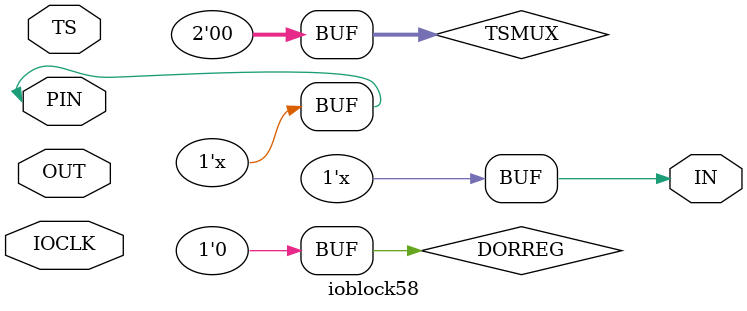
<source format=v>
module ioblock58(
	       inout  PIN,
	       input  TS,
	       input  OUT,
	       output IN,
	       input IOCLK
	       );
   
   reg 		     D;
   reg [2-1:0] 	     TSMUX;
   reg 		     DORREG;

   assign PIN = ( TSMUX == 2'b00 ) ? 1'bz : (( TSMUX == 2'b01 && TS == 1'b1 ) ? OUT : (( TSMUX == 2'b01 && TS == 1'b0 ) ? 1'bz : OUT));
   assign IN  = ( DORREG == 1'b0 ) ? PIN  : D;
   
   initial
     begin
	D=1'b0;
	TSMUX=2'b00;
	DORREG=1'b0;
     end
   
   always @(posedge IOCLK) D=PIN;
   
endmodule       

</source>
